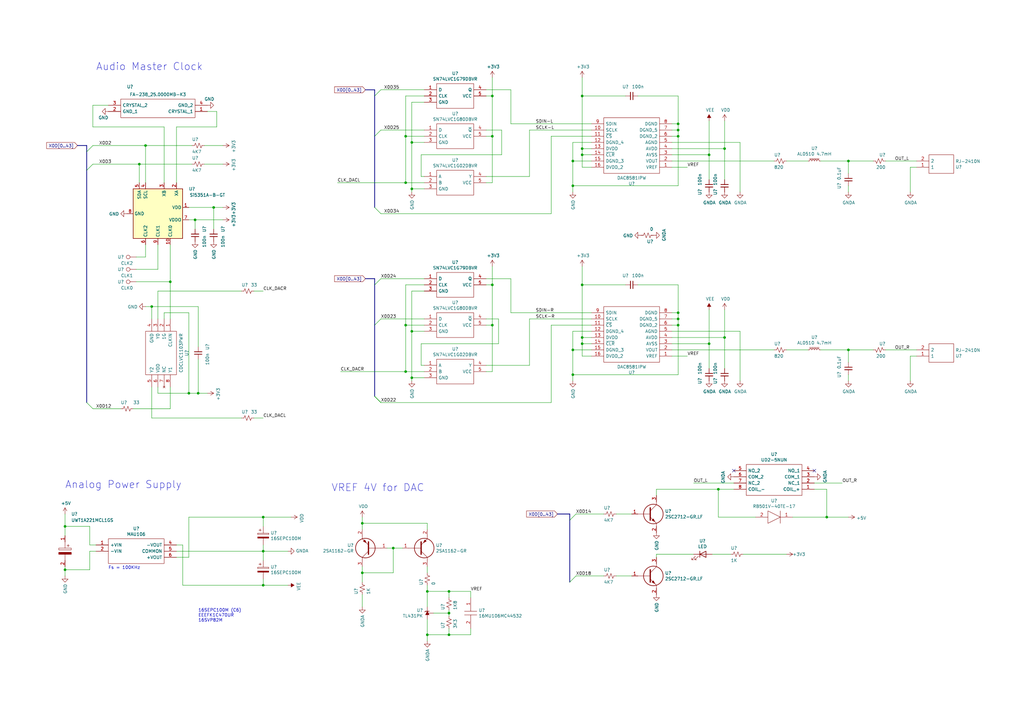
<source format=kicad_sch>
(kicad_sch (version 20211123) (generator eeschema)
  (paper "A3")
  (junction (at 238.76 63.5))
  (junction (at 201.93 39.37))
  (junction (at 107.95 226.06))
  (junction (at 77.47 161.29))
  (junction (at 290.83 140.97))
  (junction (at 175.26 260.35))
  (junction (at 290.83 63.5))
  (junction (at 234.95 143.51))
  (junction (at 347.98 66.04))
  (junction (at 57.15 67.31))
  (junction (at 278.13 53.34))
  (junction (at 175.26 242.57))
  (junction (at 168.91 58.42))
  (junction (at 26.67 215.9))
  (junction (at 166.37 152.4))
  (junction (at 166.37 74.93))
  (junction (at 59.69 59.69))
  (junction (at 234.95 66.04))
  (junction (at 166.37 133.35))
  (junction (at 107.95 212.09))
  (junction (at 80.01 90.17))
  (junction (at 278.13 133.35))
  (junction (at 107.95 240.03))
  (junction (at 238.76 138.43))
  (junction (at 297.18 60.96))
  (junction (at 168.91 154.94))
  (junction (at 347.98 143.51))
  (junction (at 234.95 153.67))
  (junction (at 184.15 242.57))
  (junction (at 238.76 140.97))
  (junction (at 62.23 125.73))
  (junction (at 278.13 50.8))
  (junction (at 184.15 260.35))
  (junction (at 234.95 76.2))
  (junction (at 294.64 200.66))
  (junction (at 168.91 135.89))
  (junction (at 238.76 116.84))
  (junction (at 166.37 55.88))
  (junction (at 148.59 234.95))
  (junction (at 81.28 161.29))
  (junction (at 278.13 130.81))
  (junction (at 238.76 39.37))
  (junction (at 297.18 138.43))
  (junction (at 168.91 77.47))
  (junction (at 26.67 233.68))
  (junction (at 201.93 133.35))
  (junction (at 69.85 115.57))
  (junction (at 184.15 251.46))
  (junction (at 161.29 224.79))
  (junction (at 339.09 212.09))
  (junction (at 201.93 116.84))
  (junction (at 238.76 60.96))
  (junction (at 201.93 55.88))
  (junction (at 278.13 128.27))
  (junction (at 87.63 85.09))
  (junction (at 148.59 214.63))
  (junction (at 278.13 55.88))
  (no_connect (at 300.99 193.04))
  (no_connect (at 334.01 193.04))
  (bus_entry (at 156.21 87.63) (size -2.54 -2.54))
  (bus_entry (at 233.68 213.36) (size 2.54 -2.54))
  (bus_entry (at 35.56 69.85) (size 2.54 -2.54))
  (bus_entry (at 35.56 62.23) (size 2.54 -2.54))
  (bus_entry (at 156.21 165.1) (size -2.54 -2.54))
  (bus_entry (at 153.67 162.56) (size 2.54 2.54))
  (bus_entry (at 153.67 116.84) (size 2.54 -2.54))
  (bus_entry (at 153.67 55.88) (size 2.54 -2.54))
  (bus_entry (at 156.21 36.83) (size -2.54 2.54))
  (bus_entry (at 153.67 133.35) (size 2.54 -2.54))
  (bus_entry (at 35.56 165.1) (size 2.54 2.54))
  (bus_entry (at 233.68 238.76) (size 2.54 -2.54))
  (wire (pts (xy 148.59 234.95) (xy 148.59 238.76)))
  (wire (pts (xy 77.47 128.27) (xy 77.47 161.29)))
  (wire (pts (xy 269.24 227.33) (xy 269.24 228.6)))
  (wire (pts (xy 297.18 49.53) (xy 297.18 60.96)))
  (wire (pts (xy 201.93 133.35) (xy 201.93 116.84)))
  (wire (pts (xy 297.18 60.96) (xy 297.18 73.66)))
  (wire (pts (xy 139.7 152.4) (xy 166.37 152.4)))
  (bus (pts (xy 149.86 36.83) (xy 153.67 36.83)))
  (bus (pts (xy 153.67 36.83) (xy 153.67 39.37)))
  (wire (pts (xy 57.15 67.31) (xy 57.15 74.93)))
  (wire (pts (xy 168.91 135.89) (xy 168.91 119.38)))
  (wire (pts (xy 297.18 127) (xy 297.18 138.43)))
  (wire (pts (xy 201.93 109.22) (xy 201.93 116.84)))
  (wire (pts (xy 26.67 232.41) (xy 26.67 233.68)))
  (wire (pts (xy 172.72 63.5) (xy 205.74 63.5)))
  (wire (pts (xy 242.57 60.96) (xy 238.76 60.96)))
  (wire (pts (xy 26.67 215.9) (xy 36.83 215.9)))
  (wire (pts (xy 107.95 229.87) (xy 107.95 226.06)))
  (wire (pts (xy 173.99 149.86) (xy 172.72 149.86)))
  (wire (pts (xy 238.76 31.75) (xy 238.76 39.37)))
  (wire (pts (xy 91.44 67.31) (xy 83.82 67.31)))
  (wire (pts (xy 275.59 135.89) (xy 303.53 135.89)))
  (wire (pts (xy 201.93 133.35) (xy 199.39 133.35)))
  (wire (pts (xy 238.76 68.58) (xy 242.57 68.58)))
  (wire (pts (xy 290.83 63.5) (xy 290.83 73.66)))
  (wire (pts (xy 199.39 74.93) (xy 201.93 74.93)))
  (bus (pts (xy 233.68 213.36) (xy 233.68 238.76)))
  (bus (pts (xy 233.68 210.82) (xy 233.68 213.36)))
  (wire (pts (xy 91.44 59.69) (xy 83.82 59.69)))
  (wire (pts (xy 72.39 223.52) (xy 74.93 223.52)))
  (wire (pts (xy 334.01 200.66) (xy 339.09 200.66)))
  (wire (pts (xy 217.17 149.86) (xy 217.17 130.81)))
  (wire (pts (xy 193.04 242.57) (xy 184.15 242.57)))
  (wire (pts (xy 375.92 146.05) (xy 373.38 146.05)))
  (bus (pts (xy 153.67 55.88) (xy 153.67 85.09)))
  (wire (pts (xy 205.74 63.5) (xy 205.74 53.34)))
  (wire (pts (xy 104.14 171.45) (xy 107.95 171.45)))
  (wire (pts (xy 217.17 130.81) (xy 242.57 130.81)))
  (wire (pts (xy 107.95 212.09) (xy 119.38 212.09)))
  (wire (pts (xy 175.26 232.41) (xy 175.26 234.95)))
  (wire (pts (xy 85.09 161.29) (xy 81.28 161.29)))
  (wire (pts (xy 156.21 87.63) (xy 226.06 87.63)))
  (wire (pts (xy 242.57 133.35) (xy 226.06 133.35)))
  (wire (pts (xy 166.37 74.93) (xy 173.99 74.93)))
  (wire (pts (xy 78.74 59.69) (xy 59.69 59.69)))
  (wire (pts (xy 209.55 128.27) (xy 242.57 128.27)))
  (wire (pts (xy 238.76 140.97) (xy 238.76 146.05)))
  (wire (pts (xy 175.26 240.03) (xy 175.26 242.57)))
  (wire (pts (xy 91.44 90.17) (xy 80.01 90.17)))
  (wire (pts (xy 166.37 152.4) (xy 173.99 152.4)))
  (wire (pts (xy 201.93 31.75) (xy 201.93 39.37)))
  (wire (pts (xy 275.59 143.51) (xy 317.5 143.51)))
  (wire (pts (xy 209.55 50.8) (xy 242.57 50.8)))
  (wire (pts (xy 275.59 58.42) (xy 303.53 58.42)))
  (wire (pts (xy 226.06 55.88) (xy 226.06 87.63)))
  (wire (pts (xy 325.12 212.09) (xy 339.09 212.09)))
  (wire (pts (xy 173.99 116.84) (xy 166.37 116.84)))
  (wire (pts (xy 303.53 58.42) (xy 303.53 78.74)))
  (bus (pts (xy 153.67 39.37) (xy 153.67 55.88)))
  (wire (pts (xy 184.15 242.57) (xy 175.26 242.57)))
  (wire (pts (xy 57.15 67.31) (xy 78.74 67.31)))
  (wire (pts (xy 234.95 66.04) (xy 234.95 76.2)))
  (wire (pts (xy 234.95 66.04) (xy 242.57 66.04)))
  (wire (pts (xy 238.76 39.37) (xy 256.54 39.37)))
  (wire (pts (xy 69.85 130.81) (xy 69.85 115.57)))
  (wire (pts (xy 99.06 171.45) (xy 62.23 171.45)))
  (wire (pts (xy 247.65 210.82) (xy 236.22 210.82)))
  (wire (pts (xy 278.13 50.8) (xy 275.59 50.8)))
  (wire (pts (xy 173.99 39.37) (xy 166.37 39.37)))
  (wire (pts (xy 168.91 154.94) (xy 168.91 135.89)))
  (wire (pts (xy 161.29 224.79) (xy 161.29 234.95)))
  (wire (pts (xy 275.59 60.96) (xy 297.18 60.96)))
  (wire (pts (xy 173.99 77.47) (xy 168.91 77.47)))
  (wire (pts (xy 172.72 149.86) (xy 172.72 140.97)))
  (wire (pts (xy 300.99 198.12) (xy 284.48 198.12)))
  (wire (pts (xy 173.99 58.42) (xy 168.91 58.42)))
  (wire (pts (xy 156.21 130.81) (xy 173.99 130.81)))
  (wire (pts (xy 275.59 146.05) (xy 281.94 146.05)))
  (wire (pts (xy 234.95 76.2) (xy 278.13 76.2)))
  (wire (pts (xy 184.15 251.46) (xy 184.15 252.73)))
  (wire (pts (xy 168.91 41.91) (xy 173.99 41.91)))
  (wire (pts (xy 347.98 143.51) (xy 336.55 143.51)))
  (wire (pts (xy 148.59 232.41) (xy 148.59 234.95)))
  (wire (pts (xy 156.21 36.83) (xy 173.99 36.83)))
  (wire (pts (xy 226.06 55.88) (xy 242.57 55.88)))
  (wire (pts (xy 81.28 161.29) (xy 77.47 161.29)))
  (wire (pts (xy 358.14 143.51) (xy 347.98 143.51)))
  (wire (pts (xy 26.67 233.68) (xy 26.67 236.22)))
  (wire (pts (xy 278.13 116.84) (xy 278.13 128.27)))
  (wire (pts (xy 74.93 240.03) (xy 107.95 240.03)))
  (wire (pts (xy 358.14 66.04) (xy 347.98 66.04)))
  (wire (pts (xy 148.59 217.17) (xy 148.59 214.63)))
  (wire (pts (xy 375.92 143.51) (xy 363.22 143.51)))
  (wire (pts (xy 168.91 58.42) (xy 168.91 41.91)))
  (wire (pts (xy 242.57 138.43) (xy 238.76 138.43)))
  (wire (pts (xy 72.39 228.6) (xy 77.47 228.6)))
  (bus (pts (xy 35.56 62.23) (xy 35.56 69.85)))
  (wire (pts (xy 238.76 138.43) (xy 238.76 140.97)))
  (wire (pts (xy 184.15 251.46) (xy 177.8 251.46)))
  (wire (pts (xy 275.59 68.58) (xy 281.94 68.58)))
  (wire (pts (xy 166.37 39.37) (xy 166.37 55.88)))
  (wire (pts (xy 59.69 59.69) (xy 59.69 74.93)))
  (wire (pts (xy 347.98 71.12) (xy 347.98 66.04)))
  (wire (pts (xy 201.93 116.84) (xy 199.39 116.84)))
  (wire (pts (xy 347.98 148.59) (xy 347.98 143.51)))
  (wire (pts (xy 238.76 116.84) (xy 256.54 116.84)))
  (wire (pts (xy 234.95 58.42) (xy 234.95 66.04)))
  (wire (pts (xy 81.28 125.73) (xy 81.28 142.24)))
  (wire (pts (xy 77.47 228.6) (xy 77.47 212.09)))
  (wire (pts (xy 290.83 140.97) (xy 290.83 151.13)))
  (wire (pts (xy 38.1 43.18) (xy 38.1 52.07)))
  (wire (pts (xy 184.15 257.81) (xy 184.15 260.35)))
  (wire (pts (xy 107.95 226.06) (xy 107.95 223.52)))
  (wire (pts (xy 259.08 210.82) (xy 252.73 210.82)))
  (wire (pts (xy 173.99 135.89) (xy 168.91 135.89)))
  (wire (pts (xy 173.99 154.94) (xy 168.91 154.94)))
  (wire (pts (xy 38.1 43.18) (xy 44.45 43.18)))
  (wire (pts (xy 172.72 140.97) (xy 204.47 140.97)))
  (wire (pts (xy 201.93 55.88) (xy 201.93 39.37)))
  (wire (pts (xy 322.58 66.04) (xy 331.47 66.04)))
  (wire (pts (xy 87.63 93.98) (xy 87.63 85.09)))
  (wire (pts (xy 184.15 245.11) (xy 184.15 242.57)))
  (wire (pts (xy 107.95 240.03) (xy 107.95 237.49)))
  (wire (pts (xy 234.95 153.67) (xy 278.13 153.67)))
  (wire (pts (xy 26.67 215.9) (xy 26.67 219.71)))
  (wire (pts (xy 201.93 152.4) (xy 201.93 133.35)))
  (wire (pts (xy 161.29 224.79) (xy 165.1 224.79)))
  (wire (pts (xy 74.93 223.52) (xy 74.93 240.03)))
  (wire (pts (xy 234.95 143.51) (xy 234.95 153.67)))
  (wire (pts (xy 62.23 158.75) (xy 62.23 171.45)))
  (wire (pts (xy 64.77 161.29) (xy 64.77 158.75)))
  (wire (pts (xy 201.93 74.93) (xy 201.93 55.88)))
  (bus (pts (xy 153.67 114.3) (xy 149.86 114.3)))
  (wire (pts (xy 278.13 55.88) (xy 275.59 55.88)))
  (wire (pts (xy 38.1 167.64) (xy 49.53 167.64)))
  (wire (pts (xy 201.93 55.88) (xy 199.39 55.88)))
  (wire (pts (xy 107.95 240.03) (xy 118.11 240.03)))
  (wire (pts (xy 269.24 200.66) (xy 294.64 200.66)))
  (wire (pts (xy 80.01 90.17) (xy 80.01 93.98)))
  (wire (pts (xy 242.57 135.89) (xy 234.95 135.89)))
  (wire (pts (xy 234.95 143.51) (xy 242.57 143.51)))
  (wire (pts (xy 158.75 224.79) (xy 161.29 224.79)))
  (wire (pts (xy 88.9 45.72) (xy 88.9 52.07)))
  (wire (pts (xy 148.59 214.63) (xy 175.26 214.63)))
  (wire (pts (xy 72.39 52.07) (xy 88.9 52.07)))
  (wire (pts (xy 173.99 72.39) (xy 172.72 72.39)))
  (wire (pts (xy 26.67 233.68) (xy 36.83 233.68)))
  (wire (pts (xy 38.1 67.31) (xy 57.15 67.31)))
  (wire (pts (xy 36.83 215.9) (xy 36.83 223.52)))
  (wire (pts (xy 278.13 128.27) (xy 278.13 130.81)))
  (wire (pts (xy 275.59 66.04) (xy 317.5 66.04)))
  (wire (pts (xy 193.04 257.81) (xy 193.04 260.35)))
  (wire (pts (xy 261.62 116.84) (xy 278.13 116.84)))
  (wire (pts (xy 199.39 114.3) (xy 209.55 114.3)))
  (wire (pts (xy 107.95 226.06) (xy 118.11 226.06)))
  (wire (pts (xy 284.48 227.33) (xy 269.24 227.33)))
  (wire (pts (xy 226.06 165.1) (xy 156.21 165.1)))
  (wire (pts (xy 373.38 146.05) (xy 373.38 156.21)))
  (wire (pts (xy 38.1 52.07) (xy 67.31 52.07)))
  (wire (pts (xy 175.26 260.35) (xy 175.26 262.89)))
  (wire (pts (xy 107.95 212.09) (xy 107.95 215.9)))
  (wire (pts (xy 184.15 260.35) (xy 175.26 260.35)))
  (wire (pts (xy 161.29 234.95) (xy 148.59 234.95)))
  (wire (pts (xy 242.57 63.5) (xy 238.76 63.5)))
  (wire (pts (xy 242.57 140.97) (xy 238.76 140.97)))
  (wire (pts (xy 299.72 227.33) (xy 292.1 227.33)))
  (wire (pts (xy 77.47 161.29) (xy 64.77 161.29)))
  (wire (pts (xy 226.06 133.35) (xy 226.06 165.1)))
  (wire (pts (xy 168.91 156.21) (xy 168.91 154.94)))
  (wire (pts (xy 205.74 53.34) (xy 199.39 53.34)))
  (wire (pts (xy 87.63 85.09) (xy 77.47 85.09)))
  (wire (pts (xy 238.76 60.96) (xy 238.76 63.5)))
  (wire (pts (xy 173.99 53.34) (xy 156.21 53.34)))
  (wire (pts (xy 278.13 130.81) (xy 275.59 130.81)))
  (wire (pts (xy 72.39 74.93) (xy 72.39 52.07)))
  (wire (pts (xy 217.17 53.34) (xy 242.57 53.34)))
  (wire (pts (xy 238.76 60.96) (xy 238.76 39.37)))
  (wire (pts (xy 247.65 236.22) (xy 236.22 236.22)))
  (wire (pts (xy 168.91 78.74) (xy 168.91 77.47)))
  (bus (pts (xy 31.75 59.69) (xy 35.56 59.69)))
  (wire (pts (xy 294.64 212.09) (xy 294.64 200.66)))
  (wire (pts (xy 67.31 130.81) (xy 67.31 128.27)))
  (wire (pts (xy 69.85 100.33) (xy 69.85 115.57)))
  (wire (pts (xy 148.59 212.09) (xy 148.59 214.63)))
  (wire (pts (xy 275.59 138.43) (xy 297.18 138.43)))
  (wire (pts (xy 64.77 130.81) (xy 64.77 119.38)))
  (wire (pts (xy 36.83 223.52) (xy 39.37 223.52)))
  (wire (pts (xy 62.23 125.73) (xy 59.69 125.73)))
  (bus (pts (xy 153.67 133.35) (xy 153.67 162.56)))
  (wire (pts (xy 175.26 254) (xy 175.26 260.35)))
  (wire (pts (xy 67.31 52.07) (xy 67.31 74.93)))
  (wire (pts (xy 259.08 236.22) (xy 252.73 236.22)))
  (bus (pts (xy 35.56 69.85) (xy 35.56 165.1)))
  (wire (pts (xy 278.13 76.2) (xy 278.13 55.88)))
  (wire (pts (xy 209.55 114.3) (xy 209.55 128.27)))
  (wire (pts (xy 166.37 133.35) (xy 166.37 152.4)))
  (wire (pts (xy 204.47 140.97) (xy 204.47 130.81)))
  (wire (pts (xy 238.76 63.5) (xy 238.76 68.58)))
  (wire (pts (xy 297.18 138.43) (xy 297.18 151.13)))
  (wire (pts (xy 278.13 53.34) (xy 275.59 53.34)))
  (wire (pts (xy 234.95 156.21) (xy 234.95 153.67)))
  (wire (pts (xy 290.83 127) (xy 290.83 140.97)))
  (wire (pts (xy 55.88 105.41) (xy 59.69 105.41)))
  (wire (pts (xy 193.04 260.35) (xy 184.15 260.35)))
  (wire (pts (xy 363.22 66.04) (xy 375.92 66.04)))
  (wire (pts (xy 184.15 250.19) (xy 184.15 251.46)))
  (wire (pts (xy 238.76 146.05) (xy 242.57 146.05)))
  (wire (pts (xy 278.13 50.8) (xy 278.13 53.34)))
  (wire (pts (xy 278.13 133.35) (xy 275.59 133.35)))
  (wire (pts (xy 36.83 226.06) (xy 36.83 233.68)))
  (wire (pts (xy 166.37 116.84) (xy 166.37 133.35)))
  (wire (pts (xy 294.64 212.09) (xy 309.88 212.09)))
  (wire (pts (xy 334.01 198.12) (xy 345.44 198.12)))
  (bus (pts (xy 35.56 59.69) (xy 35.56 62.23)))
  (wire (pts (xy 278.13 128.27) (xy 275.59 128.27)))
  (bus (pts (xy 153.67 116.84) (xy 153.67 133.35)))
  (wire (pts (xy 91.44 85.09) (xy 87.63 85.09)))
  (wire (pts (xy 294.64 200.66) (xy 300.99 200.66)))
  (wire (pts (xy 322.58 227.33) (xy 304.8 227.33)))
  (wire (pts (xy 55.88 110.49) (xy 64.77 110.49)))
  (wire (pts (xy 39.37 226.06) (xy 36.83 226.06)))
  (bus (pts (xy 233.68 210.82) (xy 228.6 210.82)))
  (wire (pts (xy 199.39 152.4) (xy 201.93 152.4)))
  (wire (pts (xy 81.28 147.32) (xy 81.28 161.29)))
  (wire (pts (xy 199.39 72.39) (xy 217.17 72.39)))
  (wire (pts (xy 375.92 68.58) (xy 373.38 68.58)))
  (wire (pts (xy 193.04 245.11) (xy 193.04 242.57)))
  (wire (pts (xy 201.93 39.37) (xy 199.39 39.37)))
  (wire (pts (xy 168.91 119.38) (xy 173.99 119.38)))
  (wire (pts (xy 339.09 200.66) (xy 339.09 212.09)))
  (wire (pts (xy 175.26 242.57) (xy 175.26 248.92)))
  (wire (pts (xy 373.38 68.58) (xy 373.38 78.74)))
  (wire (pts (xy 85.09 45.72) (xy 88.9 45.72)))
  (wire (pts (xy 62.23 130.81) (xy 62.23 125.73)))
  (wire (pts (xy 104.14 119.38) (xy 107.95 119.38)))
  (wire (pts (xy 278.13 53.34) (xy 278.13 55.88)))
  (wire (pts (xy 62.23 125.73) (xy 81.28 125.73)))
  (wire (pts (xy 148.59 243.84) (xy 148.59 248.92)))
  (wire (pts (xy 54.61 167.64) (xy 69.85 167.64)))
  (wire (pts (xy 347.98 212.09) (xy 339.09 212.09)))
  (wire (pts (xy 290.83 49.53) (xy 290.83 63.5)))
  (wire (pts (xy 77.47 90.17) (xy 80.01 90.17)))
  (wire (pts (xy 261.62 39.37) (xy 278.13 39.37)))
  (wire (pts (xy 64.77 100.33) (xy 64.77 110.49)))
  (wire (pts (xy 234.95 135.89) (xy 234.95 143.51)))
  (wire (pts (xy 275.59 63.5) (xy 290.83 63.5)))
  (wire (pts (xy 172.72 72.39) (xy 172.72 63.5)))
  (wire (pts (xy 278.13 153.67) (xy 278.13 133.35)))
  (wire (pts (xy 26.67 210.82) (xy 26.67 215.9)))
  (wire (pts (xy 138.43 74.93) (xy 166.37 74.93)))
  (bus (pts (xy 153.67 114.3) (xy 153.67 116.84)))
  (wire (pts (xy 199.39 36.83) (xy 209.55 36.83)))
  (wire (pts (xy 77.47 212.09) (xy 107.95 212.09)))
  (wire (pts (xy 175.26 214.63) (xy 175.26 217.17)))
  (wire (pts (xy 347.98 66.04) (xy 336.55 66.04)))
  (wire (pts (xy 38.1 59.69) (xy 59.69 59.69)))
  (wire (pts (xy 168.91 77.47) (xy 168.91 58.42)))
  (wire (pts (xy 72.39 226.06) (xy 107.95 226.06)))
  (wire (pts (xy 269.24 203.2) (xy 269.24 200.66)))
  (wire (pts (xy 166.37 133.35) (xy 173.99 133.35)))
  (wire (pts (xy 67.31 128.27) (xy 77.47 128.27)))
  (wire (pts (xy 238.76 109.22) (xy 238.76 116.84)))
  (wire (pts (xy 234.95 78.74) (xy 234.95 76.2)))
  (wire (pts (xy 204.47 130.81) (xy 199.39 130.81)))
  (wire (pts (xy 64.77 119.38) (xy 99.06 119.38)))
  (wire (pts (xy 217.17 53.34) (xy 217.17 72.39)))
  (wire (pts (xy 55.88 115.57) (xy 69.85 115.57)))
  (wire (pts (xy 303.53 135.89) (xy 303.53 156.21)))
  (wire (pts (xy 69.85 167.64) (xy 69.85 158.75)))
  (wire (pts (xy 209.55 36.83) (xy 209.55 50.8)))
  (wire (pts (xy 275.59 140.97) (xy 290.83 140.97)))
  (wire (pts (xy 238.76 138.43) (xy 238.76 116.84)))
  (wire (pts (xy 347.98 76.2) (xy 347.98 78.74)))
  (wire (pts (xy 199.39 149.86) (xy 217.17 149.86)))
  (wire (pts (xy 166.37 55.88) (xy 166.37 74.93)))
  (wire (pts (xy 242.57 58.42) (xy 234.95 58.42)))
  (wire (pts (xy 173.99 114.3) (xy 156.21 114.3)))
  (wire (pts (xy 278.13 130.81) (xy 278.13 133.35)))
  (wire (pts (xy 59.69 100.33) (xy 59.69 105.41)))
  (wire (pts (xy 322.58 143.51) (xy 331.47 143.51)))
  (wire (pts (xy 278.13 39.37) (xy 278.13 50.8)))
  (wire (pts (xy 166.37 55.88) (xy 173.99 55.88)))
  (wire (pts (xy 347.98 153.67) (xy 347.98 156.21)))
  (text "Fs = 100KHz" (at 44.45 233.68 0) (effects (font (size 1.27 1.27)) (justify left bottom)))
  (text "VREF 4V for DAC" (at 135.89 201.93 0) (effects (font (size 2.9972 2.9972)) (justify left bottom)))
  (text "16SEPC100M (C6)\nEEEFK1C470UR\n16SVP82M\n" (at 81.28 255.27 0) (effects (font (size 1.27 1.27)) (justify left bottom)))
  (text "Analog Power Supply" (at 26.67 200.66 0) (effects (font (size 2.9972 2.9972)) (justify left bottom)))
  (text "Audio Master Clock" (at 39.37 29.21 0) (effects (font (size 2.9972 2.9972)) (justify left bottom)))
  (label "X0D3" (at 45.72 67.31 180))
  (label "SDIN-L" (at 219.71 50.8 0))
  (label "VREF" (at 193.04 242.57 0))
  (label "OUT_R" (at 345.44 198.12 0))
  (label "X0D14" (at 236.22 210.82 0))
  (label "X0D23" (at 156.21 130.81 0))
  (label "OUT_L" (at 284.48 198.12 0))
  (label "X0D22" (at 156.21 165.1 0))
  (label "X0D12" (at 39.37 167.64 0))
  (label "CLK_DACR" (at 107.95 119.38 0))
  (label "OUT_L" (at 367.03 66.04 0))
  (label "CLK_DACR" (at 139.7 152.4 0))
  (label "X0D25" (at 157.48 53.34 0))
  (label "X0D34" (at 157.48 87.63 0))
  (label "SDIN-R" (at 219.71 128.27 0))
  (label "CLK_DACL" (at 138.43 74.93 0))
  (label "X0D2" (at 45.72 59.69 180))
  (label "VREF" (at 281.94 146.05 0))
  (label "OUT_R" (at 367.03 143.51 0))
  (label "X0D18" (at 236.22 236.22 0))
  (label "SCLK-R" (at 219.71 130.81 0))
  (label "VREF" (at 281.94 68.58 0))
  (label "SCLK-L" (at 219.71 53.34 0))
  (label "CLK_DACL" (at 107.95 171.45 0))
  (label "X0D35" (at 157.48 36.83 0))
  (label "X0D24" (at 156.21 114.3 0))
  (global_label "X0D[0..43]" (shape input) (at 149.86 114.3 180) (property "Intersheet References" "${INTERSHEET_REFS}" (effects hide)))
  (global_label "X0D[0..43]" (shape input) (at 149.86 36.83 180) (property "Intersheet References" "${INTERSHEET_REFS}" (effects hide)))
  (global_label "X0D[0..43]" (shape input) (at 228.6 210.82 180) (property "Intersheet References" "${INTERSHEET_REFS}" (effects hide)))
  (global_label "X0D[0..43]" (shape input) (at 31.75 59.69 180) (property "Intersheet References" "${INTERSHEET_REFS}" (effects hide)))
  (symbol (lib_id "Device:C_Small") (at 259.08 39.37 270) (unit 1)
    (property "Value" "100n" (at 261.62 35.56 90))
    (property "Footprint" "Capacitor_SMD:C_0603_1608Metric_Pad1.08x0.95mm_HandSolder" (effects hide))
  )
  (symbol (lib_id "power:+3V3") (at 201.93 31.75 0) (unit 1)
    (property "Reference" "#PWR0139" (effects hide))
    (property "Value" "+3V3" (at 202.311 27.3558 0))
  )
  (symbol (lib_id "power:GND") (at 168.91 78.74 0) (unit 1)
    (property "Reference" "#PWR0140" (effects hide))
    (property "Value" "GND" (at 169.037 81.9912 90) (effects (justify right)))
  )
  (symbol (lib_id "power:+3V3") (at 238.76 31.75 0) (unit 1)
    (property "Reference" "#PWR0141" (effects hide))
    (property "Value" "+3V3" (at 239.141 27.3558 0))
  )
  (symbol (lib_id "power:GND") (at 234.95 78.74 0) (unit 1)
    (property "Reference" "#PWR0142" (effects hide))
    (property "Value" "GND" (at 235.077 81.9912 90) (effects (justify right)))
  )
  (symbol (lib_id "power:GND") (at 52.07 87.63 270) (unit 1)
    (property "Reference" "#PWR0110" (effects hide))
    (property "Value" "GND" (at 48.8188 87.757 90) (effects (justify right)))
  )
  (symbol (lib_id "Device:C_Small") (at 80.01 96.52 180) (unit 1)
    (property "Value" "100n" (at 83.82 99.06 90))
    (property "Footprint" "Capacitor_SMD:C_0603_1608Metric_Pad1.08x0.95mm_HandSolder" (effects hide))
  )
  (symbol (lib_id "power:GND") (at 80.01 99.06 0) (unit 1)
    (property "Reference" "#PWR0111" (effects hide))
    (property "Value" "GND" (at 80.137 102.3112 90) (effects (justify right)))
  )
  (symbol (lib_id "power:+3V3") (at 91.44 85.09 270) (unit 1)
    (property "Reference" "#PWR0112" (effects hide))
    (property "Value" "+3V3" (at 95.8342 85.471 0))
  )
  (symbol (lib_id "power:+3V3") (at 91.44 90.17 270) (unit 1)
    (property "Reference" "#PWR0113" (effects hide))
    (property "Value" "+3V3" (at 95.8342 90.551 0))
  )
  (symbol (lib_id "Device:R_Small_US") (at 81.28 59.69 270) (unit 1)
    (property "Value" "4K7" (at 78.74 62.23 90) (effects (justify left)))
    (property "Footprint" "Resistor_SMD:R_0603_1608Metric_Pad0.98x0.95mm_HandSolder" (effects hide))
  )
  (symbol (lib_id "Device:R_Small_US") (at 81.28 67.31 270) (unit 1)
    (property "Value" "4K7" (at 78.74 69.85 90) (effects (justify left)))
    (property "Footprint" "Resistor_SMD:R_0603_1608Metric_Pad0.98x0.95mm_HandSolder" (effects hide))
  )
  (symbol (lib_id "power:GND") (at 85.09 43.18 90) (unit 1)
    (property "Reference" "#PWR0114" (effects hide))
    (property "Value" "GND" (at 83.82 40.64 90) (effects (justify right)))
  )
  (symbol (lib_id "Device:C_Small") (at 87.63 96.52 180) (unit 1)
    (property "Value" "100n" (at 91.44 99.06 90))
    (property "Footprint" "Capacitor_SMD:C_0603_1608Metric_Pad1.08x0.95mm_HandSolder" (effects hide))
  )
  (symbol (lib_id "power:+3V3") (at 91.44 59.69 270) (unit 1)
    (property "Reference" "#PWR0115" (effects hide))
    (property "Value" "+3V3" (at 95.8342 60.071 0))
  )
  (symbol (lib_id "power:+3V3") (at 91.44 67.31 270) (unit 1)
    (property "Reference" "#PWR0116" (effects hide))
    (property "Value" "+3V3" (at 95.8342 67.691 0))
  )
  (symbol (lib_id "xSSDAC:DAC8581IPW") (at 275.59 146.05 180) (unit 1)
    (property "Value" "DAC8581IPW" (at 259.08 150.4696 0))
    (property "Footprint" "pretty:SOP65P640X120-16N" (effects hide))
    (property "Description" "Texas Instruments DAC8581IPW, 16 bit Serial DAC, 3Msps, 16-Pin TSSOP" (effects hide))
    (property "Manufacturer_Name" "Texas Instruments" (effects hide))
    (property "Manufacturer_Part_Number" "DAC8581IPW" (effects hide))
    (property "Mouser Part Number" "595-DAC8581IPW" (effects hide))
    (property "Mouser Price/Stock" "https://www.mouser.com/Search/Refine.aspx?Keyword=595-DAC8581IPW" (effects hide))
    (property "RS Part Number" "6621619P" (effects hide))
    (property "RS Price/Stock" "http://uk.rs-online.com/web/p/products/6621619P" (effects hide))
  )
  (symbol (lib_id "xSSDAC:DAC8581IPW") (at 275.59 68.58 180) (unit 1)
    (property "Value" "DAC8581IPW" (at 259.08 72.9996 0))
    (property "Footprint" "pretty:SOP65P640X120-16N" (effects hide))
    (property "Description" "Texas Instruments DAC8581IPW, 16 bit Serial DAC, 3Msps, 16-Pin TSSOP" (effects hide))
    (property "Manufacturer_Name" "Texas Instruments" (effects hide))
    (property "Manufacturer_Part_Number" "DAC8581IPW" (effects hide))
    (property "Mouser Part Number" "595-DAC8581IPW" (effects hide))
    (property "Mouser Price/Stock" "https://www.mouser.com/Search/Refine.aspx?Keyword=595-DAC8581IPW" (effects hide))
    (property "RS Part Number" "6621619P" (effects hide))
    (property "RS Price/Stock" "http://uk.rs-online.com/web/p/products/6621619P" (effects hide))
  )
  (symbol (lib_id "Device:C_Small") (at 259.08 116.84 270) (unit 1)
    (property "Value" "100n" (at 261.62 113.03 90))
    (property "Footprint" "Capacitor_SMD:C_0603_1608Metric_Pad1.08x0.95mm_HandSolder" (effects hide))
  )
  (symbol (lib_id "power:+3V3") (at 201.93 109.22 0) (unit 1)
    (property "Reference" "#PWR0135" (effects hide))
    (property "Value" "+3V3" (at 202.311 104.8258 0))
  )
  (symbol (lib_id "power:GND") (at 168.91 156.21 0) (unit 1)
    (property "Reference" "#PWR0136" (effects hide))
    (property "Value" "GND" (at 169.037 159.4612 90) (effects (justify right)))
  )
  (symbol (lib_id "power:+3V3") (at 238.76 109.22 0) (unit 1)
    (property "Reference" "#PWR0137" (effects hide))
    (property "Value" "+3V3" (at 239.141 104.8258 0))
  )
  (symbol (lib_id "power:GND") (at 234.95 156.21 0) (unit 1)
    (property "Reference" "#PWR0138" (effects hide))
    (property "Value" "GND" (at 235.077 159.4612 90) (effects (justify right)))
  )
  (symbol (lib_id "Device:C_Small") (at 290.83 153.67 0) (unit 1)
    (property "Value" "100n" (at 287.02 151.13 90))
    (property "Footprint" "Capacitor_SMD:C_0603_1608Metric_Pad1.08x0.95mm_HandSolder" (effects hide))
  )
  (symbol (lib_id "Device:C_Small") (at 297.18 153.67 0) (unit 1)
    (property "Value" "100n" (at 293.37 151.13 90))
    (property "Footprint" "Capacitor_SMD:C_0603_1608Metric_Pad1.08x0.95mm_HandSolder" (effects hide))
  )
  (symbol (lib_id "power:VDD") (at 297.18 127 0) (unit 1)
    (property "Reference" "#PWR0143" (effects hide))
    (property "Value" "VDD" (at 297.6118 122.6058 0))
  )
  (symbol (lib_id "power:VEE") (at 290.83 127 0) (unit 1)
    (property "Reference" "#PWR0144" (effects hide))
    (property "Value" "VEE" (at 291.2618 122.6058 0))
  )
  (symbol (lib_id "Device:R_Small_US") (at 250.19 236.22 270) (unit 1)
    (property "Value" "4K7" (at 247.65 238.76 90) (effects (justify left)))
    (property "Footprint" "Resistor_SMD:R_0603_1608Metric_Pad0.98x0.95mm_HandSolder" (effects hide))
  )
  (symbol (lib_id "power:GND") (at 269.24 243.84 0) (unit 1)
    (property "Reference" "#PWR0128" (effects hide))
    (property "Value" "GND" (at 269.367 247.0912 90) (effects (justify right)))
  )
  (symbol (lib_id "xSSDAC:2SC2712-GR,LF") (at 259.08 236.22 0) (unit 1)
    (property "Value" "2SC2712-GR,LF" (at 272.7452 237.363 0) (effects (justify left)))
    (property "Footprint" "TO_SOT_Packages_SMD:SC-59" (effects hide))
    (property "Datasheet" "http://toshiba.semicon-storage.com/info/docget.jsp?did=19227&prodName=2SC2712" (effects hide))
    (property "Description" "Bipolar Transistors - BJT Transistor Lo Freq 0.15A 50V" (effects hide))
    (property "Manufacturer_Name" "Toshiba" (effects hide))
    (property "Manufacturer_Part_Number" "2SC2712-GR,LF" (effects hide))
    (property "Mouser Part Number" "757-2SC2712-GRLF" (effects hide))
    (property "Mouser Price/Stock" "https://www.mouser.com/Search/Refine.aspx?Keyword=757-2SC2712-GRLF" (effects hide))
  )
  (symbol (lib_id "power:GNDA") (at 373.38 78.74 0) (unit 1)
    (property "Reference" "#PWR0156" (effects hide))
    (property "Value" "GNDA" (at 373.507 83.1342 0))
  )
  (symbol (lib_id "Device:R_Small_US") (at 265.43 96.52 90) (unit 1)
    (property "Value" "0" (at 267.97 93.98 90) (effects (justify left)))
    (property "Footprint" "pretty:BIND_PTH_NPTH" (effects hide))
  )
  (symbol (lib_id "power:GNDA") (at 267.97 96.52 90) (unit 1)
    (property "Reference" "#PWR0159" (effects hide))
    (property "Value" "GNDA" (at 272.3642 96.393 0))
  )
  (symbol (lib_id "power:GND") (at 262.89 96.52 270) (unit 1)
    (property "Reference" "#PWR0160" (effects hide))
    (property "Value" "GND" (at 259.6388 96.647 90) (effects (justify right)))
  )
  (symbol (lib_id "Device:LED") (at 288.29 227.33 0) (unit 1)
    (property "Value" "LED" (at 288.1122 224.155 0))
    (property "Footprint" "LEDs:LED_0603_HandSoldering" (effects hide))
  )
  (symbol (lib_id "Device:R_Small_US") (at 302.26 227.33 270) (unit 1)
    (property "Value" "1K" (at 299.72 229.87 90) (effects (justify left)))
    (property "Footprint" "Resistor_SMD:R_0603_1608Metric_Pad0.98x0.95mm_HandSolder" (effects hide))
  )
  (symbol (lib_id "power:+3V3") (at 322.58 227.33 270) (unit 1)
    (property "Reference" "#PWR0129" (effects hide))
    (property "Value" "+3V3" (at 327.66 227.33 90))
  )
  (symbol (lib_id "xSSDAC:UD2-5NUN") (at 334.01 200.66 180) (unit 1)
    (property "Value" "UD2-5NUN" (at 317.5 188.6204 0))
    (property "Footprint" "pretty:UD25NUN" (effects hide))
    (property "Datasheet" "https://componentsearchengine.com/Datasheets/1/UD2-5NUN.pdf" (effects hide))
    (property "Description" "Low Signal Relays - PCB" (effects hide))
    (property "Height" "6" (effects hide))
    (property "Mouser Part Number" "80-UD2-5NUN" (effects hide))
    (property "Mouser Price/Stock" "https://www.mouser.com/Search/Refine.aspx?Keyword=80-UD2-5NUN" (effects hide))
    (property "Manufacturer_Name" "Kemet" (effects hide))
    (property "Manufacturer_Part_Number" "UD2-5NUN" (effects hide))
  )
  (symbol (lib_id "xSSDAC:RB501V-40TE-17") (at 325.12 212.09 180) (unit 1)
    (property "Value" "RB501V-40TE-17" (at 317.5 207.6704 0))
    (property "Footprint" "pretty:SODFL2512X90N" (effects hide))
    (property "Datasheet" "http://rohmfs.rohm.com/en/products/databook/datasheet/discrete/diode/schottky_barrier/rb501vm-40te-17-e.pdf" (effects hide))
    (property "Description" "RB501V-40 Series 45 V 30 uA Surface Mount Schottky Barrier Diode - SOD-323" (effects hide))
    (property "Height" "0.9" (effects hide))
    (property "Manufacturer_Name" "ROHM Semiconductor" (effects hide))
    (property "Manufacturer_Part_Number" "RB501V-40TE-17" (effects hide))
    (property "Mouser Part Number" "755-RB501V-40TE-17" (effects hide))
    (property "Mouser Price/Stock" "https://www.mouser.com/Search/Refine.aspx?Keyword=755-RB501V-40TE-17" (effects hide))
    (property "RS Part Number" "6404666" (effects hide))
    (property "RS Price/Stock" "http://uk.rs-online.com/web/p/products/6404666" (effects hide))
  )
  (symbol (lib_id "power:GNDA") (at 334.01 195.58 90) (unit 1)
    (property "Reference" "#PWR0130" (effects hide))
    (property "Value" "GNDA" (at 338.4042 195.453 0))
  )
  (symbol (lib_id "power:GNDA") (at 300.99 195.58 270) (unit 1)
    (property "Reference" "#PWR0131" (effects hide))
    (property "Value" "GNDA" (at 296.5958 195.707 0))
  )
  (symbol (lib_id "power:+5V") (at 347.98 212.09 270) (unit 1)
    (property "Reference" "#PWR0132" (effects hide))
    (property "Value" "+5V" (at 351.2312 212.471 90) (effects (justify left)))
  )
  (symbol (lib_id "xSSDAC:SN74LVC1G79DBVR") (at 173.99 36.83 0) (unit 1)
    (property "Value" "SN74LVC1G79DBVR" (at 186.69 32.4104 0))
    (property "Footprint" "pretty:SOT95P280X145-5N" (effects hide))
    (property "Datasheet" "http://www.ti.com/lit/gpn/sn74lvc1g79" (effects hide))
    (property "Description" "Single Positive-Edge-Triggered D-Type Flip-Flop" (effects hide))
    (property "Height" "1.45" (effects hide))
    (property "Mouser Part Number" "595-SN74LVC1G79DBVR" (effects hide))
    (property "Mouser Price/Stock" "https://www.mouser.com/Search/Refine.aspx?Keyword=595-SN74LVC1G79DBVR" (effects hide))
    (property "Manufacturer_Name" "Texas Instruments" (effects hide))
    (property "Manufacturer_Part_Number" "SN74LVC1G79DBVR" (effects hide))
  )
  (symbol (lib_id "xSSDAC:SN74LVC1G80DBVR") (at 173.99 53.34 0) (unit 1)
    (property "Value" "SN74LVC1G80DBVR" (at 186.69 48.9204 0))
    (property "Footprint" "pretty:SOT95P280X145-5N" (effects hide))
    (property "Datasheet" "http://www.ti.com/lit/gpn/sn74lvc1g80" (effects hide))
    (property "Description" "Single Positive-Edge-Triggered D-Type Flip-Flop" (effects hide))
    (property "Height" "1.45" (effects hide))
    (property "Mouser Part Number" "595-SN74LVC1G80DBVR" (effects hide))
    (property "Mouser Price/Stock" "https://www.mouser.com/Search/Refine.aspx?Keyword=595-SN74LVC1G80DBVR" (effects hide))
    (property "Manufacturer_Name" "Texas Instruments" (effects hide))
    (property "Manufacturer_Part_Number" "SN74LVC1G80DBVR" (effects hide))
  )
  (symbol (lib_id "xSSDAC:SN74LVC1G79DBVR") (at 173.99 114.3 0) (unit 1)
    (property "Value" "SN74LVC1G79DBVR" (at 186.69 109.8804 0))
    (property "Footprint" "pretty:SOT95P280X145-5N" (effects hide))
    (property "Datasheet" "http://www.ti.com/lit/gpn/sn74lvc1g79" (effects hide))
    (property "Description" "Single Positive-Edge-Triggered D-Type Flip-Flop" (effects hide))
    (property "Height" "1.45" (effects hide))
    (property "Mouser Part Number" "595-SN74LVC1G79DBVR" (effects hide))
    (property "Mouser Price/Stock" "https://www.mouser.com/Search/Refine.aspx?Keyword=595-SN74LVC1G79DBVR" (effects hide))
    (property "Manufacturer_Name" "Texas Instruments" (effects hide))
    (property "Manufacturer_Part_Number" "SN74LVC1G79DBVR" (effects hide))
  )
  (symbol (lib_id "xSSDAC:SN74LVC1G80DBVR") (at 173.99 130.81 0) (unit 1)
    (property "Value" "SN74LVC1G80DBVR" (at 186.69 126.3904 0))
    (property "Footprint" "pretty:SOT95P280X145-5N" (effects hide))
    (property "Datasheet" "http://www.ti.com/lit/gpn/sn74lvc1g80" (effects hide))
    (property "Description" "Single Positive-Edge-Triggered D-Type Flip-Flop" (effects hide))
    (property "Height" "1.45" (effects hide))
    (property "Mouser Part Number" "595-SN74LVC1G80DBVR" (effects hide))
    (property "Mouser Price/Stock" "https://www.mouser.com/Search/Refine.aspx?Keyword=595-SN74LVC1G80DBVR" (effects hide))
    (property "Manufacturer_Name" "Texas Instruments" (effects hide))
    (property "Manufacturer_Part_Number" "SN74LVC1G80DBVR" (effects hide))
  )
  (symbol (lib_id "xSSDAC:SN74LVC1G02DBVR") (at 173.99 72.39 0) (unit 1)
    (property "Value" "SN74LVC1G02DBVR" (at 186.69 67.9704 0))
    (property "Footprint" "pretty:SOT95P280X145-5N" (effects hide))
    (property "Datasheet" "http://www.ti.com/lit/gpn/sn74lvc1g02" (effects hide))
    (property "Description" "Single 2-Input Positive-NOR Gate" (effects hide))
    (property "Height" "1.45" (effects hide))
    (property "Manufacturer_Name" "Texas Instruments" (effects hide))
    (property "Manufacturer_Part_Number" "SN74LVC1G02DBVR" (effects hide))
    (property "Mouser Part Number" "595-SN74LVC1G02DBVR" (effects hide))
    (property "Mouser Price/Stock" "https://www.mouser.com/Search/Refine.aspx?Keyword=595-SN74LVC1G02DBVR" (effects hide))
  )
  (symbol (lib_id "xSSDAC:SN74LVC1G02DBVR") (at 173.99 149.86 0) (unit 1)
    (property "Value" "SN74LVC1G02DBVR" (at 186.69 145.4404 0))
    (property "Footprint" "pretty:SOT95P280X145-5N" (effects hide))
    (property "Datasheet" "http://www.ti.com/lit/gpn/sn74lvc1g02" (effects hide))
    (property "Description" "Single 2-Input Positive-NOR Gate" (effects hide))
    (property "Height" "1.45" (effects hide))
    (property "Manufacturer_Name" "Texas Instruments" (effects hide))
    (property "Manufacturer_Part_Number" "SN74LVC1G02DBVR" (effects hide))
    (property "Mouser Part Number" "595-SN74LVC1G02DBVR" (effects hide))
    (property "Mouser Price/Stock" "https://www.mouser.com/Search/Refine.aspx?Keyword=595-SN74LVC1G02DBVR" (effects hide))
  )
  (symbol (lib_id "xSSDAC:FA-238_25.0000MB-K3-FA-238_25.0000MB-K3") (at 85.09 43.18 0) (mirror y) (unit 1)
    (property "Value" "FA-238_25.0000MB-K3" (at 64.77 38.7604 0))
    (property "Footprint" "pretty:EPSON-FA-238" (effects hide))
    (property "Datasheet" "https://componentsearchengine.com/Datasheets/1/FA-238 25.0000MB-K3.pdf" (effects hide))
    (property "Description" "Crystals 25MHz 50ppm 10pF -20C +70C" (effects hide))
    (property "Manufacturer_Name" "Epson Timing" (effects hide))
    (property "Manufacturer_Part_Number" "FA-238 25.0000MB-K3" (effects hide))
    (property "Mouser Part Number" "732-FA238-25B-K3" (effects hide))
    (property "Mouser Price/Stock" "https://www.mouser.com/Search/Refine.aspx?Keyword=732-FA238-25B-K3" (effects hide))
  )
  (symbol (lib_id "xSSDAC:CDCLVC1103PWR") (at 69.85 130.81 270) (unit 1)
    (property "Value" "CDCLVC1103PWR" (at 74.2696 144.78 0))
    (property "Footprint" "pretty:SOP65P640X120-8N" (effects hide))
    (property "Datasheet" "http://www.ti.com/lit/gpn/cdclvc1103" (effects hide))
    (property "Description" "Low Jitter, 1:3 LVCMOS Fan-out Clock Buffer" (effects hide))
    (property "Height" "1.2" (effects hide))
    (property "Manufacturer_Name" "Texas Instruments" (effects hide))
    (property "Manufacturer_Part_Number" "CDCLVC1103PWR" (effects hide))
    (property "Mouser Part Number" "595-CDCLVC1103PWR" (effects hide))
    (property "Mouser Price/Stock" "https://www.mouser.com/Search/Refine.aspx?Keyword=595-CDCLVC1103PWR" (effects hide))
  )
  (symbol (lib_id "power:GND") (at 59.69 125.73 270) (unit 1)
    (property "Reference" "#PWR0133" (effects hide))
    (property "Value" "GND" (at 56.4388 125.857 90) (effects (justify right)))
  )
  (symbol (lib_id "Device:C_Small") (at 81.28 144.78 180) (unit 1)
    (property "Value" "100n" (at 85.09 147.32 90))
    (property "Footprint" "Capacitor_SMD:C_0603_1608Metric_Pad1.08x0.95mm_HandSolder" (effects hide))
  )
  (symbol (lib_id "power:+3V3") (at 85.09 161.29 270) (unit 1)
    (property "Reference" "#PWR0134" (effects hide))
    (property "Value" "+3V3" (at 89.4842 161.671 0))
  )
  (symbol (lib_id "Oscillator:Si5351A-B-GT") (at 64.77 87.63 270) (unit 1)
    (property "Value" "Si5351A-B-GT" (at 85.09 80.01 90))
    (property "Footprint" "pretty:SOP50P490X110-10N" (effects hide))
    (property "Datasheet" "https://www.silabs.com/documents/public/data-sheets/Si5351-B.pdf" (effects hide))
  )
  (symbol (lib_id "power:GND") (at 44.45 45.72 270) (unit 1)
    (property "Reference" "#PWR0108" (effects hide))
    (property "Value" "GND" (at 44.45 48.26 90) (effects (justify right)))
  )
  (symbol (lib_id "power:GND") (at 87.63 99.06 0) (unit 1)
    (property "Reference" "#PWR0109" (effects hide))
    (property "Value" "GND" (at 87.757 102.3112 90) (effects (justify right)))
  )
  (symbol (lib_id "Connector:TestPoint") (at 55.88 105.41 90) (unit 1)
    (property "Value" "CLK2" (at 52.07 107.95 90))
    (property "Footprint" "pretty:TestPoint_Pad_D1.0mm_noCrtYd" (effects hide))
  )
  (symbol (lib_id "Connector:TestPoint") (at 55.88 115.57 90) (unit 1)
    (property "Value" "CLK0" (at 52.07 118.11 90))
    (property "Footprint" "pretty:TestPoint_Pad_D1.0mm_noCrtYd" (effects hide))
  )
  (symbol (lib_id "Connector:TestPoint") (at 55.88 110.49 90) (unit 1)
    (property "Value" "CLK1" (at 52.07 113.03 90))
    (property "Footprint" "pretty:TestPoint_Pad_D1.0mm_noCrtYd" (effects hide))
  )
  (symbol (lib_id "xSSDAC-rescue:RJ-2410N-SamacSys_Parts") (at 375.92 68.58 0) (mirror x) (unit 1)
    (property "Value" "RJ-2410N" (at 391.8712 66.167 0) (effects (justify left)))
    (property "Footprint" "pretty:RJ2410N" (effects hide))
    (property "Datasheet" "http://akizukidenshi.com/download/RJ-2410N_R.pdf" (effects hide))
    (property "Description" "RCA Jack-P>C>B Mount, Red" (effects hide))
    (property "Height" "13.2" (effects hide))
    (property "Manufacturer_Name" "United Au-Vi" (effects hide))
    (property "Manufacturer_Part_Number" "RJ-2410N" (effects hide))
  )
  (symbol (lib_id "power:GNDA") (at 373.38 156.21 0) (unit 1)
    (property "Reference" "#PWR0155" (effects hide))
    (property "Value" "GNDA" (at 373.507 160.6042 0))
  )
  (symbol (lib_id "xSSDAC-rescue:RJ-2410N-SamacSys_Parts") (at 375.92 146.05 0) (mirror x) (unit 1)
    (property "Value" "RJ-2410N" (at 391.8712 143.637 0) (effects (justify left)))
    (property "Footprint" "pretty:RJ2410N" (effects hide))
    (property "Datasheet" "http://akizukidenshi.com/download/RJ-2410N_R.pdf" (effects hide))
    (property "Description" "RCA Jack-P>C>B Mount, Red" (effects hide))
    (property "Height" "13.2" (effects hide))
    (property "Manufacturer_Name" "United Au-Vi" (effects hide))
    (property "Manufacturer_Part_Number" "RJ-2410N" (effects hide))
  )
  (symbol (lib_id "xSSDAC:UWT1A221MCL1GS-UWT1A221MCL1GS") (at 26.67 219.71 270) (unit 1)
    (property "Value" "UWT1A221MCL1GS" (at 29.21 213.36 90) (effects (justify left)))
    (property "Footprint" "Capacitors_SMD:CP_Elec_6.3x7.7" (effects hide))
    (property "Datasheet" "http://products.nichicon.co.jp/en/pdf/XJA043/e-wt.pdf" (effects hide))
    (property "Description" "NICHICON - UWT1A221MCL1GS - ALUMINUM ELECTROLYTIC CAPACITOR 220UF 10V 20%, SMD" (effects hide))
    (property "Manufacturer_Name" "Nichicon" (effects hide))
    (property "Manufacturer_Part_Number" "UWT1A221MCL1GS" (effects hide))
    (property "Mouser Part Number" "647-UWT1A221MCL1GS" (effects hide))
    (property "Mouser Price/Stock" "https://www.mouser.com/Search/Refine.aspx?Keyword=647-UWT1A221MCL1GS" (effects hide))
  )
  (symbol (lib_id "xSSDAC-rescue:CP-Device") (at 107.95 219.71 0) (unit 1)
    (property "Value" "16SEPC100M" (at 110.9472 220.853 0) (effects (justify left)))
    (property "Footprint" "Capacitors_THT:CP_Radial_D6.3mm_P2.50mm" (effects hide))
  )
  (symbol (lib_id "xSSDAC-rescue:CP-Device") (at 107.95 233.68 0) (unit 1)
    (property "Value" "16SEPC100M" (at 110.9472 234.823 0) (effects (justify left)))
    (property "Footprint" "Capacitors_THT:CP_Radial_D6.3mm_P2.50mm" (effects hide))
  )
  (symbol (lib_id "power:+5V") (at 26.67 210.82 0) (unit 1)
    (property "Reference" "#PWR0117" (effects hide))
    (property "Value" "+5V" (at 27.051 206.4258 0))
  )
  (symbol (lib_id "power:GND") (at 26.67 236.22 0) (unit 1)
    (property "Reference" "#PWR0118" (effects hide))
    (property "Value" "GND" (at 26.797 239.4712 90) (effects (justify right)))
  )
  (symbol (lib_id "power:GNDA") (at 118.11 226.06 90) (unit 1)
    (property "Reference" "#PWR0119" (effects hide))
    (property "Value" "GNDA" (at 121.3612 225.933 90) (effects (justify right)))
  )
  (symbol (lib_id "power:VEE") (at 118.11 240.03 270) (unit 1)
    (property "Reference" "#PWR0120" (effects hide))
    (property "Value" "VEE" (at 122.5042 240.4618 0))
  )
  (symbol (lib_id "power:VDD") (at 119.38 212.09 270) (unit 1)
    (property "Reference" "#PWR0121" (effects hide))
    (property "Value" "VDD" (at 123.7742 212.5218 0))
  )
  (symbol (lib_id "power:GNDA") (at 290.83 156.21 0) (unit 1)
    (property "Reference" "#PWR0145" (effects hide))
    (property "Value" "GNDA" (at 290.957 160.6042 0))
  )
  (symbol (lib_id "power:GNDA") (at 297.18 156.21 0) (unit 1)
    (property "Reference" "#PWR0146" (effects hide))
    (property "Value" "GNDA" (at 297.307 160.6042 0))
  )
  (symbol (lib_id "power:GNDA") (at 303.53 156.21 0) (unit 1)
    (property "Reference" "#PWR0147" (effects hide))
    (property "Value" "GNDA" (at 303.657 160.6042 0))
  )
  (symbol (lib_id "Device:C_Small") (at 290.83 76.2 0) (unit 1)
    (property "Value" "100n" (at 287.02 73.66 90))
    (property "Footprint" "Capacitor_SMD:C_0603_1608Metric_Pad1.08x0.95mm_HandSolder" (effects hide))
  )
  (symbol (lib_id "Device:C_Small") (at 297.18 76.2 0) (unit 1)
    (property "Value" "100n" (at 293.37 73.66 90))
    (property "Footprint" "Capacitor_SMD:C_0603_1608Metric_Pad1.08x0.95mm_HandSolder" (effects hide))
  )
  (symbol (lib_id "power:VDD") (at 297.18 49.53 0) (unit 1)
    (property "Reference" "#PWR0148" (effects hide))
    (property "Value" "VDD" (at 297.6118 45.1358 0))
  )
  (symbol (lib_id "power:VEE") (at 290.83 49.53 0) (unit 1)
    (property "Reference" "#PWR0149" (effects hide))
    (property "Value" "VEE" (at 291.2618 45.1358 0))
  )
  (symbol (lib_id "power:GNDA") (at 290.83 78.74 0) (unit 1)
    (property "Reference" "#PWR0150" (effects hide))
    (property "Value" "GNDA" (at 290.957 83.1342 0))
  )
  (symbol (lib_id "power:GNDA") (at 297.18 78.74 0) (unit 1)
    (property "Reference" "#PWR0151" (effects hide))
    (property "Value" "GNDA" (at 297.307 83.1342 0))
  )
  (symbol (lib_id "power:GNDA") (at 303.53 78.74 0) (unit 1)
    (property "Reference" "#PWR0152" (effects hide))
    (property "Value" "GNDA" (at 303.657 83.1342 0))
  )
  (symbol (lib_id "Device:R_Small_US") (at 52.07 167.64 270) (unit 1)
    (property "Value" "33" (at 54.61 165.1 90) (effects (justify left)))
    (property "Footprint" "Resistor_SMD:R_0603_1608Metric_Pad0.98x0.95mm_HandSolder" (effects hide))
  )
  (symbol (lib_id "Device:R_Small_US") (at 101.6 119.38 270) (unit 1)
    (property "Value" "33" (at 102.87 116.84 90) (effects (justify left)))
    (property "Footprint" "Resistor_SMD:R_0603_1608Metric_Pad0.98x0.95mm_HandSolder" (effects hide))
  )
  (symbol (lib_id "Device:R_Small_US") (at 101.6 171.45 270) (unit 1)
    (property "Value" "33" (at 102.87 168.91 90) (effects (justify left)))
    (property "Footprint" "Resistor_SMD:R_0603_1608Metric_Pad0.98x0.95mm_HandSolder" (effects hide))
  )
  (symbol (lib_id "xSSDAC:MAU106") (at 39.37 223.52 0) (unit 1)
    (property "Value" "MAU106" (at 55.88 219.1004 0))
    (property "Footprint" "pretty:MAU109" (effects hide))
    (property "Datasheet" "http://akizukidenshi.com/download/MAU106.pdf" (effects hide))
    (property "Description" "1W, Miniature SIP, Single & Dual Output DC/DC Converters" (effects hide))
    (property "Manufacturer_Name" "Minmax" (effects hide))
    (property "Manufacturer_Part_Number" "MAU106" (effects hide))
  )
  (symbol (lib_id "xSSDAC:2SA1162-GR_F_") (at 165.1 224.79 0) (mirror x) (unit 1)
    (property "Value" "2SA1162-GR" (at 178.7652 225.933 0) (effects (justify left)))
    (property "Footprint" "TO_SOT_Packages_SMD:SC-59" (effects hide))
    (property "Datasheet" "https://toshiba.semicon-storage.com/ap-en/product/bipolar-transistor/bipolar-transistor/detail.2SA1162.html" (effects hide))
    (property "Description" "Transistor Toshiba 2SA1162-GR(F) PNP Bipolar Transistor, 0.15 A, 50 V, 3-Pin SC-59" (effects hide))
    (property "Manufacturer_Name" "Toshiba" (effects hide))
    (property "Manufacturer_Part_Number" "2SA1162-GR(F)" (effects hide))
    (property "RS Part Number" "6011135" (effects hide))
    (property "RS Price/Stock" "http://uk.rs-online.com/web/p/products/6011135" (effects hide))
  )
  (symbol (lib_id "xSSDAC:TL431PK") (at 175.26 251.46 270) (mirror x) (unit 1)
    (property "Value" "TL431PK" (at 173.5074 252.603 90) (effects (justify right)))
    (property "Footprint" "pretty:PK_R-PSSO-F3_" (effects hide))
    (property "Datasheet" "http://www.ti.com/lit/ds/symlink/tl431.pdf" (effects hide))
  )
  (symbol (lib_id "xSSDAC:2SA1162-GR_F_") (at 158.75 224.79 180) (unit 1)
    (property "Value" "2SA1162-GR" (at 145.0848 225.933 0) (effects (justify left)))
    (property "Footprint" "TO_SOT_Packages_SMD:SC-59" (effects hide))
    (property "Datasheet" "https://toshiba.semicon-storage.com/ap-en/product/bipolar-transistor/bipolar-transistor/detail.2SA1162.html" (effects hide))
    (property "Description" "Transistor Toshiba 2SA1162-GR(F) PNP Bipolar Transistor, 0.15 A, 50 V, 3-Pin SC-59" (effects hide))
    (property "Manufacturer_Name" "Toshiba" (effects hide))
    (property "Manufacturer_Part_Number" "2SA1162-GR(F)" (effects hide))
    (property "RS Part Number" "6011135" (effects hide))
    (property "RS Price/Stock" "http://uk.rs-online.com/web/p/products/6011135" (effects hide))
  )
  (symbol (lib_id "Device:R_Small_US") (at 175.26 237.49 0) (unit 1)
    (property "Value" "0" (at 177.8 240.03 90) (effects (justify left)))
    (property "Footprint" "Resistor_SMD:R_0603_1608Metric_Pad0.98x0.95mm_HandSolder" (effects hide))
  )
  (symbol (lib_id "Device:R_Small_US") (at 148.59 241.3 0) (unit 1)
    (property "Value" "1K" (at 151.13 243.84 90) (effects (justify left)))
    (property "Footprint" "Resistor_SMD:R_0603_1608Metric_Pad0.98x0.95mm_HandSolder" (effects hide))
  )
  (symbol (lib_id "power:VDD") (at 148.59 212.09 0) (unit 1)
    (property "Reference" "#PWR0123" (effects hide))
    (property "Value" "VDD" (at 149.0218 207.6958 0))
  )
  (symbol (lib_id "power:GNDA") (at 175.26 262.89 0) (unit 1)
    (property "Reference" "#PWR0124" (effects hide))
    (property "Value" "GNDA" (at 175.387 266.1412 90) (effects (justify right)))
  )
  (symbol (lib_id "xSSDAC:16MU106MC44532") (at 193.04 245.11 270) (unit 1)
    (property "Value" "16MU106MC44532" (at 196.2912 252.603 90) (effects (justify left)))
    (property "Footprint" "pretty:CAPC4532X280N" (effects hide))
    (property "Datasheet" "http://www.rubycon.co.jp/en/catalog/e_pdfs/pmlcap/e_mu.pdf" (effects hide))
    (property "Description" "16MU106MC44532" (effects hide))
    (property "Height" "2.8" (effects hide))
    (property "Manufacturer_Name" "Rubycon" (effects hide))
    (property "Manufacturer_Part_Number" "16MU106MC44532" (effects hide))
    (property "Mouser Part Number" "232-16MU106MC44532" (effects hide))
    (property "Mouser Price/Stock" "https://www.mouser.com/Search/Refine.aspx?Keyword=232-16MU106MC44532" (effects hide))
  )
  (symbol (lib_id "Device:R_Small_US") (at 184.15 247.65 0) (unit 1)
    (property "Value" "1K8" (at 186.69 250.19 90) (effects (justify left)))
    (property "Footprint" "Resistor_SMD:R_0603_1608Metric_Pad0.98x0.95mm_HandSolder" (effects hide))
  )
  (symbol (lib_id "Device:R_Small_US") (at 184.15 255.27 0) (unit 1)
    (property "Value" "3K3" (at 186.69 257.81 90) (effects (justify left)))
    (property "Footprint" "Resistor_SMD:R_0603_1608Metric_Pad0.98x0.95mm_HandSolder" (effects hide))
  )
  (symbol (lib_id "power:GNDA") (at 148.59 248.92 0) (unit 1)
    (property "Reference" "#PWR0125" (effects hide))
    (property "Value" "GNDA" (at 148.717 252.1712 90) (effects (justify right)))
  )
  (symbol (lib_id "Device:R_Small_US") (at 360.68 143.51 90) (mirror x) (unit 1)
    (property "Value" "200" (at 363.22 146.05 90) (effects (justify left)))
    (property "Footprint" "Resistors_THT:R_Axial_DIN0207_L6.3mm_D2.5mm_P2.54mm_Vertical" (effects hide))
  )
  (symbol (lib_id "xSSDAC-rescue:L_Core_Ferrite_Small-Device") (at 334.01 143.51 270) (mirror x) (unit 1)
    (property "Value" "AL0510 4.7mH" (at 334.01 140.6144 90))
    (property "Footprint" "Inductors_THT:L_Axial_L12.0mm_D5.0mm_P5.08mm_Vertical_Fastron_MISC" (effects hide))
  )
  (symbol (lib_id "Device:R_Small_US") (at 320.04 143.51 270) (unit 1)
    (property "Value" "820" (at 317.5 146.05 90) (effects (justify left)))
    (property "Footprint" "Resistors_THT:R_Axial_DIN0207_L6.3mm_D2.5mm_P2.54mm_Vertical" (effects hide))
  )
  (symbol (lib_id "Device:C_Small") (at 347.98 151.13 0) (unit 1)
    (property "Value" "0.1uF" (at 344.17 148.59 90))
    (property "Footprint" "Capacitors_THT:C_Disc_D5.0mm_W2.5mm_P2.50mm" (effects hide))
  )
  (symbol (lib_id "power:GNDA") (at 347.98 156.21 0) (unit 1)
    (property "Reference" "#PWR0153" (effects hide))
    (property "Value" "GNDA" (at 348.107 160.6042 0))
  )
  (symbol (lib_id "Device:R_Small_US") (at 360.68 66.04 90) (mirror x) (unit 1)
    (property "Value" "200" (at 363.22 68.58 90) (effects (justify left)))
    (property "Footprint" "Resistors_THT:R_Axial_DIN0207_L6.3mm_D2.5mm_P2.54mm_Vertical" (effects hide))
  )
  (symbol (lib_id "xSSDAC-rescue:L_Core_Ferrite_Small-Device") (at 334.01 66.04 270) (mirror x) (unit 1)
    (property "Value" "AL0510 4.7mH" (at 334.01 63.1444 90))
    (property "Footprint" "Inductors_THT:L_Axial_L12.0mm_D5.0mm_P5.08mm_Vertical_Fastron_MISC" (effects hide))
  )
  (symbol (lib_id "Device:R_Small_US") (at 320.04 66.04 270) (unit 1)
    (property "Value" "820" (at 317.5 68.58 90) (effects (justify left)))
    (property "Footprint" "Resistors_THT:R_Axial_DIN0207_L6.3mm_D2.5mm_P2.54mm_Vertical" (effects hide))
  )
  (symbol (lib_id "Device:C_Small") (at 347.98 73.66 0) (unit 1)
    (property "Value" "0.1uF" (at 344.17 71.12 90))
    (property "Footprint" "Capacitors_THT:C_Disc_D5.0mm_W2.5mm_P2.50mm" (effects hide))
  )
  (symbol (lib_id "power:GNDA") (at 347.98 78.74 0) (unit 1)
    (property "Reference" "#PWR0154" (effects hide))
    (property "Value" "GNDA" (at 348.107 83.1342 0))
  )
  (symbol (lib_id "Device:R_Small_US") (at 250.19 210.82 270) (unit 1)
    (property "Value" "4K7" (at 247.65 213.36 90) (effects (justify left)))
    (property "Footprint" "Resistor_SMD:R_0603_1608Metric_Pad0.98x0.95mm_HandSolder" (effects hide))
  )
  (symbol (lib_id "power:GND") (at 269.24 218.44 0) (unit 1)
    (property "Reference" "#PWR0126" (effects hide))
    (property "Value" "GND" (at 269.367 221.6912 90) (effects (justify right)))
  )
  (symbol (lib_id "xSSDAC:2SC2712-GR,LF") (at 259.08 210.82 0) (unit 1)
    (property "Value" "2SC2712-GR,LF" (at 272.7452 211.963 0) (effects (justify left)))
    (property "Footprint" "TO_SOT_Packages_SMD:SC-59" (effects hide))
    (property "Datasheet" "http://toshiba.semicon-storage.com/info/docget.jsp?did=19227&prodName=2SC2712" (effects hide))
    (property "Description" "Bipolar Transistors - BJT Transistor Lo Freq 0.15A 50V" (effects hide))
    (property "Manufacturer_Name" "Toshiba" (effects hide))
    (property "Manufacturer_Part_Number" "2SC2712-GR,LF" (effects hide))
    (property "Mouser Part Number" "757-2SC2712-GRLF" (effects hide))
    (property "Mouser Price/Stock" "https://www.mouser.com/Search/Refine.aspx?Keyword=757-2SC2712-GRLF" (effects hide))
  )
)
</source>
